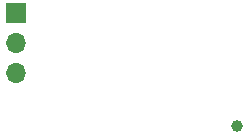
<source format=gbs>
G04 #@! TF.GenerationSoftware,KiCad,Pcbnew,(5.1.10)-1*
G04 #@! TF.CreationDate,2021-07-21T20:41:20-04:00*
G04 #@! TF.ProjectId,entropy r2,656e7472-6f70-4792-9072-322e6b696361,rev?*
G04 #@! TF.SameCoordinates,Original*
G04 #@! TF.FileFunction,Soldermask,Bot*
G04 #@! TF.FilePolarity,Negative*
%FSLAX46Y46*%
G04 Gerber Fmt 4.6, Leading zero omitted, Abs format (unit mm)*
G04 Created by KiCad (PCBNEW (5.1.10)-1) date 2021-07-21 20:41:20*
%MOMM*%
%LPD*%
G01*
G04 APERTURE LIST*
%ADD10O,1.700000X1.700000*%
%ADD11R,1.700000X1.700000*%
%ADD12C,1.000000*%
G04 APERTURE END LIST*
D10*
X135600000Y-69215000D03*
X135600000Y-66675000D03*
D11*
X135600000Y-64135000D03*
D12*
X154305000Y-73660000D03*
M02*

</source>
